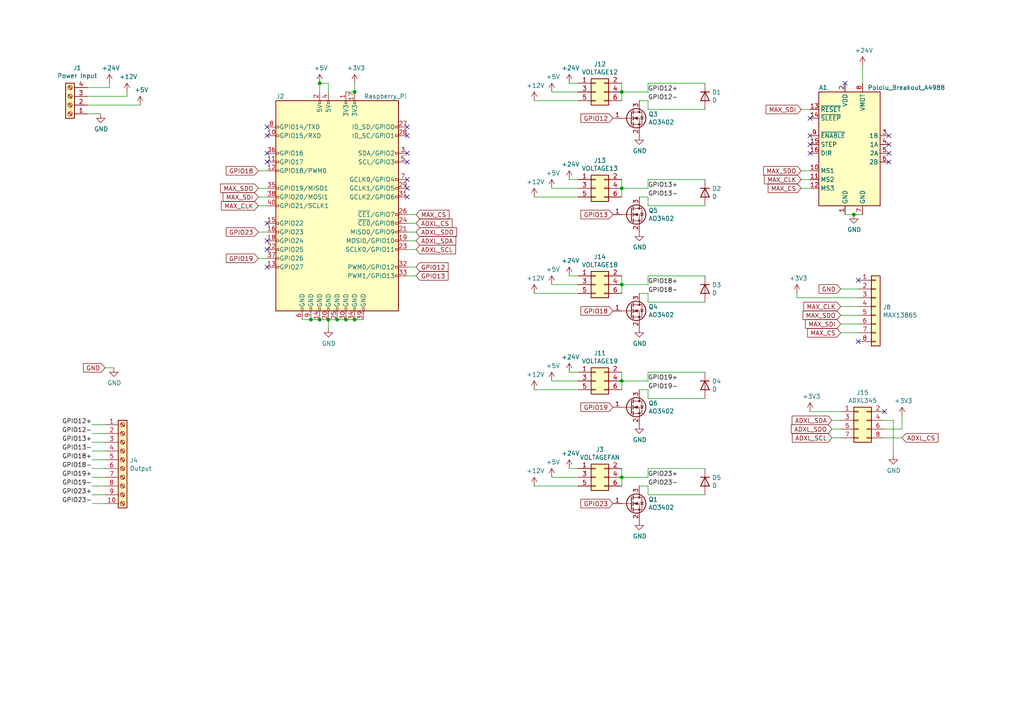
<source format=kicad_sch>
(kicad_sch (version 20211123) (generator eeschema)
  (paper "A4")
  (title_block (title "bigp4ppa") (date "2021-03-17"))
  (lib_symbols
    (symbol "Connector:Raspberry_Pi_2_3" (pin_names (offset 1.016))
      (property "Reference" "J" (at -17.78 31.75 0))
      (property "Value" "Raspberry_Pi_2_3" (at 10.16 -31.75 0))
      (symbol "Raspberry_Pi_2_3_0_1"
        (rectangle (start -17.78 30.48) (end 17.78 -30.48) (stroke (width 0.254)) (fill (type background)))
      )
      (symbol "Raspberry_Pi_2_3_1_1"
        (rectangle (start -16.891 -17.526) (end -17.78 -18.034))
        (rectangle (start -16.891 -14.986) (end -17.78 -15.494))
        (rectangle (start -16.891 -12.446) (end -17.78 -12.954))
        (rectangle (start -16.891 -9.906) (end -17.78 -10.414))
        (rectangle (start -16.891 -7.366) (end -17.78 -7.874))
        (rectangle (start -16.891 -4.826) (end -17.78 -5.334))
        (rectangle (start -16.891 0.254) (end -17.78 -0.254))
        (rectangle (start -16.891 2.794) (end -17.78 2.286))
        (rectangle (start -16.891 5.334) (end -17.78 4.826))
        (rectangle (start -16.891 10.414) (end -17.78 9.906))
        (rectangle (start -16.891 12.954) (end -17.78 12.446))
        (rectangle (start -16.891 15.494) (end -17.78 14.986))
        (rectangle (start -16.891 20.574) (end -17.78 20.066))
        (rectangle (start -16.891 23.114) (end -17.78 22.606))
        (rectangle (start -10.414 -29.591) (end -9.906 -30.48))
        (rectangle (start -7.874 -29.591) (end -7.366 -30.48))
        (rectangle (start -5.334 -29.591) (end -4.826 -30.48))
        (rectangle (start -5.334 30.48) (end -4.826 29.591))
        (rectangle (start -2.794 -29.591) (end -2.286 -30.48))
        (rectangle (start -2.794 30.48) (end -2.286 29.591))
        (rectangle (start -0.254 -29.591) (end 0.254 -30.48))
        (rectangle (start 2.286 -29.591) (end 2.794 -30.48))
        (rectangle (start 2.286 30.48) (end 2.794 29.591))
        (rectangle (start 4.826 -29.591) (end 5.334 -30.48))
        (rectangle (start 4.826 30.48) (end 5.334 29.591))
        (rectangle (start 7.366 -29.591) (end 7.874 -30.48))
        (rectangle (start 17.78 -20.066) (end 16.891 -20.574))
        (rectangle (start 17.78 -17.526) (end 16.891 -18.034))
        (rectangle (start 17.78 -12.446) (end 16.891 -12.954))
        (rectangle (start 17.78 -9.906) (end 16.891 -10.414))
        (rectangle (start 17.78 -7.366) (end 16.891 -7.874))
        (rectangle (start 17.78 -4.826) (end 16.891 -5.334))
        (rectangle (start 17.78 -2.286) (end 16.891 -2.794))
        (rectangle (start 17.78 2.794) (end 16.891 2.286))
        (rectangle (start 17.78 5.334) (end 16.891 4.826))
        (rectangle (start 17.78 7.874) (end 16.891 7.366))
        (rectangle (start 17.78 12.954) (end 16.891 12.446))
        (rectangle (start 17.78 15.494) (end 16.891 14.986))
        (rectangle (start 17.78 20.574) (end 16.891 20.066))
        (rectangle (start 17.78 23.114) (end 16.891 22.606))
        (pin power_in line (at 2.54 33.02 270) (length 2.54) (name "3V3") (number "1"))
        (pin bidirectional line (at -20.32 20.32 0) (length 2.54) (name "GPIO15/RXD") (number "10"))
        (pin bidirectional line (at -20.32 12.7 0) (length 2.54) (name "GPIO17") (number "11"))
        (pin bidirectional line (at -20.32 10.16 0) (length 2.54) (name "GPIO18/PWM0") (number "12"))
        (pin bidirectional line (at -20.32 -17.78 0) (length 2.54) (name "GPIO27") (number "13"))
        (pin power_in line (at -5.08 -33.02 90) (length 2.54) (name "GND") (number "14"))
        (pin bidirectional line (at -20.32 -5.08 0) (length 2.54) (name "GPIO22") (number "15"))
        (pin bidirectional line (at -20.32 -7.62 0) (length 2.54) (name "GPIO23") (number "16"))
        (pin power_in line (at 5.08 33.02 270) (length 2.54) (name "3V3") (number "17"))
        (pin bidirectional line (at -20.32 -10.16 0) (length 2.54) (name "GPIO24") (number "18"))
        (pin bidirectional line (at 20.32 -10.16 180) (length 2.54) (name "MOSI0/GPIO10") (number "19"))
        (pin power_in line (at -5.08 33.02 270) (length 2.54) (name "5V") (number "2"))
        (pin power_in line (at -2.54 -33.02 90) (length 2.54) (name "GND") (number "20"))
        (pin bidirectional line (at 20.32 -7.62 180) (length 2.54) (name "MISO0/GPIO9") (number "21"))
        (pin bidirectional line (at -20.32 -12.7 0) (length 2.54) (name "GPIO25") (number "22"))
        (pin bidirectional line (at 20.32 -12.7 180) (length 2.54) (name "SCLK0/GPIO11") (number "23"))
        (pin bidirectional line (at 20.32 -5.08 180) (length 2.54) (name "~{CE0}/GPIO8") (number "24"))
        (pin power_in line (at 0 -33.02 90) (length 2.54) (name "GND") (number "25"))
        (pin bidirectional line (at 20.32 -2.54 180) (length 2.54) (name "~{CE1}/GPIO7") (number "26"))
        (pin bidirectional line (at 20.32 22.86 180) (length 2.54) (name "ID_SD/GPIO0") (number "27"))
        (pin bidirectional line (at 20.32 20.32 180) (length 2.54) (name "ID_SC/GPIO1") (number "28"))
        (pin bidirectional line (at 20.32 5.08 180) (length 2.54) (name "GCLK1/GPIO5") (number "29"))
        (pin bidirectional line (at 20.32 15.24 180) (length 2.54) (name "SDA/GPIO2") (number "3"))
        (pin power_in line (at 2.54 -33.02 90) (length 2.54) (name "GND") (number "30"))
        (pin bidirectional line (at 20.32 2.54 180) (length 2.54) (name "GCLK2/GPIO6") (number "31"))
        (pin bidirectional line (at 20.32 -17.78 180) (length 2.54) (name "PWM0/GPIO12") (number "32"))
        (pin bidirectional line (at 20.32 -20.32 180) (length 2.54) (name "PWM1/GPIO13") (number "33"))
        (pin power_in line (at 5.08 -33.02 90) (length 2.54) (name "GND") (number "34"))
        (pin bidirectional line (at -20.32 5.08 0) (length 2.54) (name "GPIO19/MISO1") (number "35"))
        (pin bidirectional line (at -20.32 15.24 0) (length 2.54) (name "GPIO16") (number "36"))
        (pin bidirectional line (at -20.32 -15.24 0) (length 2.54) (name "GPIO26") (number "37"))
        (pin bidirectional line (at -20.32 2.54 0) (length 2.54) (name "GPIO20/MOSI1") (number "38"))
        (pin power_in line (at 7.62 -33.02 90) (length 2.54) (name "GND") (number "39"))
        (pin power_in line (at -2.54 33.02 270) (length 2.54) (name "5V") (number "4"))
        (pin bidirectional line (at -20.32 0 0) (length 2.54) (name "GPIO21/SCLK1") (number "40"))
        (pin bidirectional line (at 20.32 12.7 180) (length 2.54) (name "SCL/GPIO3") (number "5"))
        (pin power_in line (at -10.16 -33.02 90) (length 2.54) (name "GND") (number "6"))
        (pin bidirectional line (at 20.32 7.62 180) (length 2.54) (name "GCLK0/GPIO4") (number "7"))
        (pin bidirectional line (at -20.32 22.86 0) (length 2.54) (name "GPIO14/TXD") (number "8"))
        (pin power_in line (at -7.62 -33.02 90) (length 2.54) (name "GND") (number "9"))
      )
    )
    (symbol "Connector:Screw_Terminal_01x04" (pin_names (offset 1.016) hide)
      (property "Reference" "J" (at 0 5.08 0))
      (property "Value" "Screw_Terminal_01x04" (at 0 -7.62 0))
      (symbol "Screw_Terminal_01x04_1_1"
        (rectangle (start -1.27 3.81) (end 1.27 -6.35) (stroke (width 0.254)) (fill (type background)))
        (circle (center 0 -5.08) (radius 0.635) (stroke (width 0.1524)))
        (circle (center 0 -2.54) (radius 0.635) (stroke (width 0.1524)))
        (polyline (pts (xy -0.5334 -4.7498) (xy 0.3302 -5.588)) (stroke (width 0.1524)))
        (polyline (pts (xy -0.5334 -2.2098) (xy 0.3302 -3.048)) (stroke (width 0.1524)))
        (polyline (pts (xy -0.5334 0.3302) (xy 0.3302 -0.508)) (stroke (width 0.1524)))
        (polyline (pts (xy -0.5334 2.8702) (xy 0.3302 2.032)) (stroke (width 0.1524)))
        (polyline (pts (xy -0.3556 -4.572) (xy 0.508 -5.4102)) (stroke (width 0.1524)))
        (polyline (pts (xy -0.3556 -2.032) (xy 0.508 -2.8702)) (stroke (width 0.1524)))
        (polyline (pts (xy -0.3556 0.508) (xy 0.508 -0.3302)) (stroke (width 0.1524)))
        (polyline (pts (xy -0.3556 3.048) (xy 0.508 2.2098)) (stroke (width 0.1524)))
        (circle (center 0 0) (radius 0.635) (stroke (width 0.1524)))
        (circle (center 0 2.54) (radius 0.635) (stroke (width 0.1524)))
        (pin passive line (at -5.08 2.54 0) (length 3.81) (name "Pin_1") (number "1"))
        (pin passive line (at -5.08 0 0) (length 3.81) (name "Pin_2") (number "2"))
        (pin passive line (at -5.08 -2.54 0) (length 3.81) (name "Pin_3") (number "3"))
        (pin passive line (at -5.08 -5.08 0) (length 3.81) (name "Pin_4") (number "4"))
      )
    )
    (symbol "Connector:Screw_Terminal_01x10" (pin_names (offset 1.016) hide)
      (property "Reference" "J" (at 0 12.7 0))
      (property "Value" "Screw_Terminal_01x10" (at 0 -15.24 0))
      (symbol "Screw_Terminal_01x10_1_1"
        (rectangle (start -1.27 11.43) (end 1.27 -13.97) (stroke (width 0.254)) (fill (type background)))
        (circle (center 0 -12.7) (radius 0.635) (stroke (width 0.1524)))
        (circle (center 0 -10.16) (radius 0.635) (stroke (width 0.1524)))
        (circle (center 0 -7.62) (radius 0.635) (stroke (width 0.1524)))
        (circle (center 0 -5.08) (radius 0.635) (stroke (width 0.1524)))
        (circle (center 0 -2.54) (radius 0.635) (stroke (width 0.1524)))
        (polyline (pts (xy -0.5334 -12.3698) (xy 0.3302 -13.208)) (stroke (width 0.1524)))
        (polyline (pts (xy -0.5334 -9.8298) (xy 0.3302 -10.668)) (stroke (width 0.1524)))
        (polyline (pts (xy -0.5334 -7.2898) (xy 0.3302 -8.128)) (stroke (width 0.1524)))
        (polyline (pts (xy -0.5334 -4.7498) (xy 0.3302 -5.588)) (stroke (width 0.1524)))
        (polyline (pts (xy -0.5334 -2.2098) (xy 0.3302 -3.048)) (stroke (width 0.1524)))
        (polyline (pts (xy -0.5334 0.3302) (xy 0.3302 -0.508)) (stroke (width 0.1524)))
        (polyline (pts (xy -0.5334 2.8702) (xy 0.3302 2.032)) (stroke (width 0.1524)))
        (polyline (pts (xy -0.5334 5.4102) (xy 0.3302 4.572)) (stroke (width 0.1524)))
        (polyline (pts (xy -0.5334 7.9502) (xy 0.3302 7.112)) (stroke (width 0.1524)))
        (polyline (pts (xy -0.5334 10.4902) (xy 0.3302 9.652)) (stroke (width 0.1524)))
        (polyline (pts (xy -0.3556 -12.192) (xy 0.508 -13.0302)) (stroke (width 0.1524)))
        (polyline (pts (xy -0.3556 -9.652) (xy 0.508 -10.4902)) (stroke (width 0.1524)))
        (polyline (pts (xy -0.3556 -7.112) (xy 0.508 -7.9502)) (stroke (width 0.1524)))
        (polyline (pts (xy -0.3556 -4.572) (xy 0.508 -5.4102)) (stroke (width 0.1524)))
        (polyline (pts (xy -0.3556 -2.032) (xy 0.508 -2.8702)) (stroke (width 0.1524)))
        (polyline (pts (xy -0.3556 0.508) (xy 0.508 -0.3302)) (stroke (width 0.1524)))
        (polyline (pts (xy -0.3556 3.048) (xy 0.508 2.2098)) (stroke (width 0.1524)))
        (polyline (pts (xy -0.3556 5.588) (xy 0.508 4.7498)) (stroke (width 0.1524)))
        (polyline (pts (xy -0.3556 8.128) (xy 0.508 7.2898)) (stroke (width 0.1524)))
        (polyline (pts (xy -0.3556 10.668) (xy 0.508 9.8298)) (stroke (width 0.1524)))
        (circle (center 0 0) (radius 0.635) (stroke (width 0.1524)))
        (circle (center 0 2.54) (radius 0.635) (stroke (width 0.1524)))
        (circle (center 0 5.08) (radius 0.635) (stroke (width 0.1524)))
        (circle (center 0 7.62) (radius 0.635) (stroke (width 0.1524)))
        (circle (center 0 10.16) (radius 0.635) (stroke (width 0.1524)))
        (pin passive line (at -5.08 10.16 0) (length 3.81) (name "Pin_1") (number "1"))
        (pin passive line (at -5.08 -12.7 0) (length 3.81) (name "Pin_10") (number "10"))
        (pin passive line (at -5.08 7.62 0) (length 3.81) (name "Pin_2") (number "2"))
        (pin passive line (at -5.08 5.08 0) (length 3.81) (name "Pin_3") (number "3"))
        (pin passive line (at -5.08 2.54 0) (length 3.81) (name "Pin_4") (number "4"))
        (pin passive line (at -5.08 0 0) (length 3.81) (name "Pin_5") (number "5"))
        (pin passive line (at -5.08 -2.54 0) (length 3.81) (name "Pin_6") (number "6"))
        (pin passive line (at -5.08 -5.08 0) (length 3.81) (name "Pin_7") (number "7"))
        (pin passive line (at -5.08 -7.62 0) (length 3.81) (name "Pin_8") (number "8"))
        (pin passive line (at -5.08 -10.16 0) (length 3.81) (name "Pin_9") (number "9"))
      )
    )
    (symbol "Connector_Generic:Conn_01x08" (pin_names (offset 1.016) hide)
      (property "Reference" "J" (at 0 10.16 0))
      (property "Value" "Conn_01x08" (at 0 -12.7 0))
      (symbol "Conn_01x08_1_1"
        (rectangle (start -1.27 -10.033) (end 0 -10.287) (stroke (width 0.1524)))
        (rectangle (start -1.27 -7.493) (end 0 -7.747) (stroke (width 0.1524)))
        (rectangle (start -1.27 -4.953) (end 0 -5.207) (stroke (width 0.1524)))
        (rectangle (start -1.27 -2.413) (end 0 -2.667) (stroke (width 0.1524)))
        (rectangle (start -1.27 0.127) (end 0 -0.127) (stroke (width 0.1524)))
        (rectangle (start -1.27 2.667) (end 0 2.413) (stroke (width 0.1524)))
        (rectangle (start -1.27 5.207) (end 0 4.953) (stroke (width 0.1524)))
        (rectangle (start -1.27 7.747) (end 0 7.493) (stroke (width 0.1524)))
        (rectangle (start -1.27 8.89) (end 1.27 -11.43) (stroke (width 0.254)) (fill (type background)))
        (pin passive line (at -5.08 7.62 0) (length 3.81) (name "Pin_1") (number "1"))
        (pin passive line (at -5.08 5.08 0) (length 3.81) (name "Pin_2") (number "2"))
        (pin passive line (at -5.08 2.54 0) (length 3.81) (name "Pin_3") (number "3"))
        (pin passive line (at -5.08 0 0) (length 3.81) (name "Pin_4") (number "4"))
        (pin passive line (at -5.08 -2.54 0) (length 3.81) (name "Pin_5") (number "5"))
        (pin passive line (at -5.08 -5.08 0) (length 3.81) (name "Pin_6") (number "6"))
        (pin passive line (at -5.08 -7.62 0) (length 3.81) (name "Pin_7") (number "7"))
        (pin passive line (at -5.08 -10.16 0) (length 3.81) (name "Pin_8") (number "8"))
      )
    )
    (symbol "Connector_Generic:Conn_02x03_Odd_Even" (pin_names (offset 1.016) hide)
      (property "Reference" "J" (at 1.27 5.08 0))
      (property "Value" "Conn_02x03_Odd_Even" (at 1.27 -5.08 0))
      (symbol "Conn_02x03_Odd_Even_1_1"
        (rectangle (start -1.27 -2.413) (end 0 -2.667) (stroke (width 0.1524)))
        (rectangle (start -1.27 0.127) (end 0 -0.127) (stroke (width 0.1524)))
        (rectangle (start -1.27 2.667) (end 0 2.413) (stroke (width 0.1524)))
        (rectangle (start -1.27 3.81) (end 3.81 -3.81) (stroke (width 0.254)) (fill (type background)))
        (rectangle (start 3.81 -2.413) (end 2.54 -2.667) (stroke (width 0.1524)))
        (rectangle (start 3.81 0.127) (end 2.54 -0.127) (stroke (width 0.1524)))
        (rectangle (start 3.81 2.667) (end 2.54 2.413) (stroke (width 0.1524)))
        (pin passive line (at -5.08 2.54 0) (length 3.81) (name "Pin_1") (number "1"))
        (pin passive line (at 7.62 2.54 180) (length 3.81) (name "Pin_2") (number "2"))
        (pin passive line (at -5.08 0 0) (length 3.81) (name "Pin_3") (number "3"))
        (pin passive line (at 7.62 0 180) (length 3.81) (name "Pin_4") (number "4"))
        (pin passive line (at -5.08 -2.54 0) (length 3.81) (name "Pin_5") (number "5"))
        (pin passive line (at 7.62 -2.54 180) (length 3.81) (name "Pin_6") (number "6"))
      )
    )
    (symbol "Connector_Generic:Conn_02x04_Odd_Even" (pin_names (offset 1.016) hide)
      (property "Reference" "J" (at 1.27 5.08 0))
      (property "Value" "Conn_02x04_Odd_Even" (at 1.27 -7.62 0))
      (symbol "Conn_02x04_Odd_Even_1_1"
        (rectangle (start -1.27 -4.953) (end 0 -5.207) (stroke (width 0.1524)))
        (rectangle (start -1.27 -2.413) (end 0 -2.667) (stroke (width 0.1524)))
        (rectangle (start -1.27 0.127) (end 0 -0.127) (stroke (width 0.1524)))
        (rectangle (start -1.27 2.667) (end 0 2.413) (stroke (width 0.1524)))
        (rectangle (start -1.27 3.81) (end 3.81 -6.35) (stroke (width 0.254)) (fill (type background)))
        (rectangle (start 3.81 -4.953) (end 2.54 -5.207) (stroke (width 0.1524)))
        (rectangle (start 3.81 -2.413) (end 2.54 -2.667) (stroke (width 0.1524)))
        (rectangle (start 3.81 0.127) (end 2.54 -0.127) (stroke (width 0.1524)))
        (rectangle (start 3.81 2.667) (end 2.54 2.413) (stroke (width 0.1524)))
        (pin passive line (at -5.08 2.54 0) (length 3.81) (name "Pin_1") (number "1"))
        (pin passive line (at 7.62 2.54 180) (length 3.81) (name "Pin_2") (number "2"))
        (pin passive line (at -5.08 0 0) (length 3.81) (name "Pin_3") (number "3"))
        (pin passive line (at 7.62 0 180) (length 3.81) (name "Pin_4") (number "4"))
        (pin passive line (at -5.08 -2.54 0) (length 3.81) (name "Pin_5") (number "5"))
        (pin passive line (at 7.62 -2.54 180) (length 3.81) (name "Pin_6") (number "6"))
        (pin passive line (at -5.08 -5.08 0) (length 3.81) (name "Pin_7") (number "7"))
        (pin passive line (at 7.62 -5.08 180) (length 3.81) (name "Pin_8") (number "8"))
      )
    )
    (symbol "Device:D" (pin_numbers hide) (pin_names (offset 1.016) hide)
      (property "Reference" "D" (at 0 2.54 0))
      (property "Value" "D" (at 0 -2.54 0))
      (symbol "D_0_1"
        (polyline (pts (xy -1.27 1.27) (xy -1.27 -1.27)) (stroke (width 0.254)))
        (polyline (pts (xy 1.27 0) (xy -1.27 0)))
        (polyline (pts (xy 1.27 1.27) (xy 1.27 -1.27) (xy -1.27 0) (xy 1.27 1.27)) (stroke (width 0.254)))
      )
      (symbol "D_1_1"
        (pin passive line (at -3.81 0 0) (length 2.54) (name "K") (number "1"))
        (pin passive line (at 3.81 0 180) (length 2.54) (name "A") (number "2"))
      )
    )
    (symbol "Driver_Motor:Pololu_Breakout_A4988"
      (property "Reference" "A" (at -2.54 19.05 0))
      (property "Value" "Pololu_Breakout_A4988" (at -2.54 16.51 0))
      (symbol "Pololu_Breakout_A4988_0_1"
        (rectangle (start 10.16 -17.78) (end -7.62 15.24) (stroke (width 0.254)) (fill (type background)))
      )
      (symbol "Pololu_Breakout_A4988_1_1"
        (pin power_in line (at 0 -20.32 90) (length 2.54) (name "GND") (number "1"))
        (pin input line (at -10.16 -7.62 0) (length 2.54) (name "MS1") (number "10"))
        (pin input line (at -10.16 -10.16 0) (length 2.54) (name "MS2") (number "11"))
        (pin input line (at -10.16 -12.7 0) (length 2.54) (name "MS3") (number "12"))
        (pin input line (at -10.16 10.16 0) (length 2.54) (name "~{RESET}") (number "13"))
        (pin input line (at -10.16 7.62 0) (length 2.54) (name "~{SLEEP}") (number "14"))
        (pin input line (at -10.16 0 0) (length 2.54) (name "STEP") (number "15"))
        (pin input line (at -10.16 -2.54 0) (length 2.54) (name "DIR") (number "16"))
        (pin power_in line (at 0 17.78 270) (length 2.54) (name "VDD") (number "2"))
        (pin output line (at 12.7 2.54 180) (length 2.54) (name "1B") (number "3"))
        (pin output line (at 12.7 0 180) (length 2.54) (name "1A") (number "4"))
        (pin output line (at 12.7 -2.54 180) (length 2.54) (name "2A") (number "5"))
        (pin output line (at 12.7 -5.08 180) (length 2.54) (name "2B") (number "6"))
        (pin power_in line (at 5.08 -20.32 90) (length 2.54) (name "GND") (number "7"))
        (pin power_in line (at 5.08 17.78 270) (length 2.54) (name "VMOT") (number "8"))
        (pin input line (at -10.16 2.54 0) (length 2.54) (name "~{ENABLE}") (number "9"))
      )
    )
    (symbol "Transistor_FET:DMG3402L" (pin_names hide)
      (property "Reference" "Q" (at 5.08 1.905 0))
      (property "Value" "DMG3402L" (at 5.08 0 0))
      (symbol "DMG3402L_0_1"
        (polyline (pts (xy 0.254 0) (xy -2.54 0)))
        (polyline (pts (xy 0.254 1.905) (xy 0.254 -1.905)) (stroke (width 0.254)))
        (polyline (pts (xy 0.762 -1.27) (xy 0.762 -2.286)) (stroke (width 0.254)))
        (polyline (pts (xy 0.762 0.508) (xy 0.762 -0.508)) (stroke (width 0.254)))
        (polyline (pts (xy 0.762 2.286) (xy 0.762 1.27)) (stroke (width 0.254)))
        (polyline (pts (xy 2.54 2.54) (xy 2.54 1.778)))
        (polyline (pts (xy 2.54 -2.54) (xy 2.54 0) (xy 0.762 0)))
        (polyline (pts (xy 0.762 -1.778) (xy 3.302 -1.778) (xy 3.302 1.778) (xy 0.762 1.778)))
        (polyline (pts (xy 1.016 0) (xy 2.032 0.381) (xy 2.032 -0.381) (xy 1.016 0)) (fill (type outline)))
        (polyline (pts (xy 2.794 0.508) (xy 2.921 0.381) (xy 3.683 0.381) (xy 3.81 0.254)))
        (polyline (pts (xy 3.302 0.381) (xy 2.921 -0.254) (xy 3.683 -0.254) (xy 3.302 0.381)))
        (circle (center 1.651 0) (radius 2.794) (stroke (width 0.254)))
        (circle (center 2.54 -1.778) (radius 0.254) (fill (type outline)))
        (circle (center 2.54 1.778) (radius 0.254) (fill (type outline)))
      )
      (symbol "DMG3402L_1_1"
        (pin input line (at -5.08 0 0) (length 2.54) (name "G") (number "1"))
        (pin passive line (at 2.54 -5.08 90) (length 2.54) (name "S") (number "2"))
        (pin passive line (at 2.54 5.08 270) (length 2.54) (name "D") (number "3"))
      )
    )
    (symbol "power:+12V" (power) (pin_names (offset 0))
      (property "Value" "+12V" (at 0 3.556 0))
      (symbol "+12V_0_1"
        (polyline (pts (xy -0.762 1.27) (xy 0 2.54)))
        (polyline (pts (xy 0 0) (xy 0 2.54)))
        (polyline (pts (xy 0 2.54) (xy 0.762 1.27)))
      )
      (symbol "+12V_1_1"
        (pin power_in line (at 0 0 90) (length 0) hide (name "+12V") (number "1"))
      )
    )
    (symbol "power:+24V" (power) (pin_names (offset 0))
      (property "Value" "+24V" (at 0 3.556 0))
      (symbol "+24V_0_1"
        (polyline (pts (xy -0.762 1.27) (xy 0 2.54)))
        (polyline (pts (xy 0 0) (xy 0 2.54)))
        (polyline (pts (xy 0 2.54) (xy 0.762 1.27)))
      )
      (symbol "+24V_1_1"
        (pin power_in line (at 0 0 90) (length 0) hide (name "+24V") (number "1"))
      )
    )
    (symbol "power:+3V3" (power) (pin_names (offset 0))
      (property "Value" "+3V3" (at 0 3.556 0))
      (symbol "+3V3_0_1"
        (polyline (pts (xy -0.762 1.27) (xy 0 2.54)))
        (polyline (pts (xy 0 0) (xy 0 2.54)))
        (polyline (pts (xy 0 2.54) (xy 0.762 1.27)))
      )
      (symbol "+3V3_1_1"
        (pin power_in line (at 0 0 90) (length 0) hide (name "+3V3") (number "1"))
      )
    )
    (symbol "power:+5V" (power) (pin_names (offset 0))
      (property "Value" "+5V" (at 0 3.556 0))
      (symbol "+5V_0_1"
        (polyline (pts (xy -0.762 1.27) (xy 0 2.54)))
        (polyline (pts (xy 0 0) (xy 0 2.54)))
        (polyline (pts (xy 0 2.54) (xy 0.762 1.27)))
      )
      (symbol "+5V_1_1"
        (pin power_in line (at 0 0 90) (length 0) hide (name "+5V") (number "1"))
      )
    )
    (symbol "power:GND" (power) (pin_names (offset 0))
      (property "Value" "GND" (at 0 -3.81 0))
      (symbol "GND_0_1"
        (polyline (pts (xy 0 0) (xy 0 -1.27) (xy 1.27 -1.27) (xy 0 -2.54) (xy -1.27 -1.27) (xy 0 -1.27)))
      )
      (symbol "GND_1_1"
        (pin power_in line (at 0 0 270) (length 0) hide (name "GND") (number "1"))
      )
    )
  )
  (junction (at 180.34 82.55))
  (junction (at 92.71 92.71))
  (junction (at 180.34 54.61))
  (junction (at 90.17 92.71))
  (junction (at 100.33 92.71))
  (junction (at 102.87 92.71))
  (junction (at 180.34 26.67))
  (junction (at 247.65 62.23))
  (junction (at 95.25 92.71))
  (junction (at 102.87 26.67))
  (junction (at 180.34 138.43))
  (junction (at 180.34 110.49))
  (junction (at 92.71 24.13))
  (junction (at 97.79 92.71))
  (no_connect (at 77.47 69.85))
  (no_connect (at 118.11 36.83))
  (no_connect (at 234.95 39.37))
  (no_connect (at 248.92 81.28))
  (no_connect (at 77.47 44.45))
  (no_connect (at 257.81 39.37))
  (no_connect (at 256.54 119.38))
  (no_connect (at 118.11 44.45))
  (no_connect (at 234.95 44.45))
  (no_connect (at 234.95 41.91))
  (no_connect (at 118.11 39.37))
  (no_connect (at 77.47 39.37))
  (no_connect (at 77.47 36.83))
  (no_connect (at 118.11 52.07))
  (no_connect (at 77.47 72.39))
  (no_connect (at 257.81 41.91))
  (no_connect (at 234.95 34.29))
  (no_connect (at 245.11 24.13))
  (no_connect (at 248.92 99.06))
  (no_connect (at 118.11 57.15))
  (no_connect (at 77.47 77.47))
  (no_connect (at 118.11 54.61))
  (no_connect (at 257.81 46.99))
  (no_connect (at 118.11 46.99))
  (no_connect (at 77.47 46.99))
  (no_connect (at 257.81 44.45))
  (no_connect (at 77.47 64.77))
  (wire (pts (xy 180.34 138.43) (xy 187.96 138.43)))
  (wire (pts (xy 165.1 24.13) (xy 167.64 24.13)))
  (wire (pts (xy 187.96 24.13) (xy 204.47 24.13)))
  (wire (pts (xy 187.96 29.21) (xy 185.42 29.21)))
  (wire (pts (xy 187.96 107.95) (xy 204.47 107.95)))
  (wire (pts (xy 180.34 80.01) (xy 180.34 82.55)))
  (wire (pts (xy 180.34 54.61) (xy 187.96 54.61)))
  (wire (pts (xy 180.34 135.89) (xy 180.34 138.43)))
  (wire (pts (xy 243.84 119.38) (xy 234.95 119.38)))
  (wire (pts (xy 167.64 113.03) (xy 154.94 113.03)))
  (wire (pts (xy 118.11 80.01) (xy 120.65 80.01)))
  (wire (pts (xy 120.65 67.31) (xy 118.11 67.31)))
  (wire (pts (xy 160.02 54.61) (xy 167.64 54.61)))
  (wire (pts (xy 167.64 57.15) (xy 154.94 57.15)))
  (wire (pts (xy 180.34 54.61) (xy 180.34 57.15)))
  (wire (pts (xy 187.96 57.15) (xy 185.42 57.15)))
  (wire (pts (xy 250.19 62.23) (xy 247.65 62.23)))
  (wire (pts (xy 105.41 92.71) (xy 102.87 92.71)))
  (wire (pts (xy 160.02 138.43) (xy 167.64 138.43)))
  (wire (pts (xy 241.3 121.92) (xy 243.84 121.92)))
  (wire (pts (xy 95.25 92.71) (xy 92.71 92.71)))
  (wire (pts (xy 74.93 54.61) (xy 77.47 54.61)))
  (wire (pts (xy 187.96 115.57) (xy 204.47 115.57)))
  (wire (pts (xy 120.65 72.39) (xy 118.11 72.39)))
  (wire (pts (xy 248.92 91.44) (xy 243.84 91.44)))
  (wire (pts (xy 187.96 54.61) (xy 187.96 52.07)))
  (wire (pts (xy 31.75 24.13) (xy 31.75 25.4)))
  (wire (pts (xy 261.62 124.46) (xy 261.62 120.65)))
  (wire (pts (xy 25.4 30.48) (xy 40.64 30.48)))
  (wire (pts (xy 231.14 86.36) (xy 248.92 86.36)))
  (wire (pts (xy 90.17 92.71) (xy 87.63 92.71)))
  (wire (pts (xy 100.33 92.71) (xy 97.79 92.71)))
  (wire (pts (xy 187.96 143.51) (xy 187.96 140.97)))
  (wire (pts (xy 167.64 85.09) (xy 154.94 85.09)))
  (wire (pts (xy 165.1 107.95) (xy 167.64 107.95)))
  (wire (pts (xy 248.92 96.52) (xy 243.84 96.52)))
  (wire (pts (xy 160.02 110.49) (xy 167.64 110.49)))
  (wire (pts (xy 26.67 123.19) (xy 30.48 123.19)))
  (wire (pts (xy 180.34 82.55) (xy 187.96 82.55)))
  (wire (pts (xy 120.65 62.23) (xy 118.11 62.23)))
  (wire (pts (xy 187.96 87.63) (xy 204.47 87.63)))
  (wire (pts (xy 74.93 49.53) (xy 77.47 49.53)))
  (wire (pts (xy 74.93 67.31) (xy 77.47 67.31)))
  (wire (pts (xy 25.4 33.02) (xy 29.21 33.02)))
  (wire (pts (xy 31.75 25.4) (xy 25.4 25.4)))
  (wire (pts (xy 187.96 140.97) (xy 185.42 140.97)))
  (wire (pts (xy 234.95 52.07) (xy 232.41 52.07)))
  (wire (pts (xy 74.93 74.93) (xy 77.47 74.93)))
  (wire (pts (xy 187.96 85.09) (xy 185.42 85.09)))
  (wire (pts (xy 120.65 69.85) (xy 118.11 69.85)))
  (wire (pts (xy 74.93 59.69) (xy 77.47 59.69)))
  (wire (pts (xy 97.79 92.71) (xy 95.25 92.71)))
  (wire (pts (xy 167.64 29.21) (xy 154.94 29.21)))
  (wire (pts (xy 234.95 31.75) (xy 232.41 31.75)))
  (wire (pts (xy 95.25 24.13) (xy 92.71 24.13)))
  (wire (pts (xy 30.48 128.27) (xy 26.67 128.27)))
  (wire (pts (xy 180.34 29.21) (xy 180.34 26.67)))
  (wire (pts (xy 256.54 124.46) (xy 261.62 124.46)))
  (wire (pts (xy 167.64 140.97) (xy 154.94 140.97)))
  (wire (pts (xy 180.34 82.55) (xy 180.34 85.09)))
  (wire (pts (xy 165.1 135.89) (xy 167.64 135.89)))
  (wire (pts (xy 187.96 87.63) (xy 187.96 85.09)))
  (wire (pts (xy 187.96 52.07) (xy 204.47 52.07)))
  (wire (pts (xy 30.48 106.68) (xy 33.02 106.68)))
  (wire (pts (xy 187.96 107.95) (xy 187.96 110.49)))
  (wire (pts (xy 234.95 49.53) (xy 232.41 49.53)))
  (wire (pts (xy 234.95 54.61) (xy 232.41 54.61)))
  (wire (pts (xy 26.67 125.73) (xy 30.48 125.73)))
  (wire (pts (xy 243.84 124.46) (xy 241.3 124.46)))
  (wire (pts (xy 187.96 113.03) (xy 185.42 113.03)))
  (wire (pts (xy 187.96 31.75) (xy 187.96 29.21)))
  (wire (pts (xy 26.67 146.05) (xy 30.48 146.05)))
  (wire (pts (xy 92.71 26.67) (xy 92.71 24.13)))
  (wire (pts (xy 187.96 115.57) (xy 187.96 113.03)))
  (wire (pts (xy 160.02 26.67) (xy 167.64 26.67)))
  (wire (pts (xy 180.34 110.49) (xy 187.96 110.49)))
  (wire (pts (xy 26.67 135.89) (xy 30.48 135.89)))
  (wire (pts (xy 259.08 121.92) (xy 259.08 132.08)))
  (wire (pts (xy 92.71 92.71) (xy 90.17 92.71)))
  (wire (pts (xy 243.84 83.82) (xy 248.92 83.82)))
  (wire (pts (xy 180.34 110.49) (xy 180.34 113.03)))
  (wire (pts (xy 180.34 52.07) (xy 180.34 54.61)))
  (wire (pts (xy 30.48 138.43) (xy 26.67 138.43)))
  (wire (pts (xy 187.96 24.13) (xy 187.96 26.67)))
  (wire (pts (xy 180.34 26.67) (xy 187.96 26.67)))
  (wire (pts (xy 165.1 80.01) (xy 167.64 80.01)))
  (wire (pts (xy 120.65 64.77) (xy 118.11 64.77)))
  (wire (pts (xy 77.47 57.15) (xy 74.93 57.15)))
  (wire (pts (xy 231.14 86.36) (xy 231.14 85.09)))
  (wire (pts (xy 256.54 121.92) (xy 259.08 121.92)))
  (wire (pts (xy 243.84 93.98) (xy 248.92 93.98)))
  (wire (pts (xy 95.25 92.71) (xy 95.25 95.25)))
  (wire (pts (xy 25.4 27.94) (xy 36.83 27.94)))
  (wire (pts (xy 36.83 27.94) (xy 36.83 26.67)))
  (wire (pts (xy 26.67 130.81) (xy 30.48 130.81)))
  (wire (pts (xy 180.34 107.95) (xy 180.34 110.49)))
  (wire (pts (xy 250.19 19.05) (xy 250.19 24.13)))
  (wire (pts (xy 30.48 143.51) (xy 26.67 143.51)))
  (wire (pts (xy 187.96 59.69) (xy 204.47 59.69)))
  (wire (pts (xy 165.1 52.07) (xy 167.64 52.07)))
  (wire (pts (xy 180.34 26.67) (xy 180.34 24.13)))
  (wire (pts (xy 187.96 135.89) (xy 187.96 138.43)))
  (wire (pts (xy 187.96 57.15) (xy 187.96 59.69)))
  (wire (pts (xy 241.3 127) (xy 243.84 127)))
  (wire (pts (xy 102.87 24.13) (xy 102.87 26.67)))
  (wire (pts (xy 102.87 92.71) (xy 100.33 92.71)))
  (wire (pts (xy 243.84 88.9) (xy 248.92 88.9)))
  (wire (pts (xy 95.25 26.67) (xy 95.25 24.13)))
  (wire (pts (xy 247.65 62.23) (xy 245.11 62.23)))
  (wire (pts (xy 120.65 77.47) (xy 118.11 77.47)))
  (wire (pts (xy 187.96 135.89) (xy 204.47 135.89)))
  (wire (pts (xy 187.96 31.75) (xy 204.47 31.75)))
  (wire (pts (xy 180.34 138.43) (xy 180.34 140.97)))
  (wire (pts (xy 187.96 80.01) (xy 204.47 80.01)))
  (wire (pts (xy 160.02 82.55) (xy 167.64 82.55)))
  (wire (pts (xy 187.96 143.51) (xy 204.47 143.51)))
  (wire (pts (xy 100.33 26.67) (xy 102.87 26.67)))
  (wire (pts (xy 261.62 127) (xy 256.54 127)))
  (wire (pts (xy 30.48 133.35) (xy 26.67 133.35)))
  (wire (pts (xy 26.67 140.97) (xy 30.48 140.97)))
  (wire (pts (xy 187.96 80.01) (xy 187.96 82.55)))
  (label "GPIO12-" (at 187.96 29.21 0))
  (label "GPIO19+" (at 187.96 110.49 0))
  (label "GPIO12+" (at 26.67 123.19 180))
  (label "GPIO19-" (at 26.67 140.97 180))
  (label "GPIO13-" (at 26.67 130.81 180))
  (label "GPIO19-" (at 187.96 113.03 0))
  (label "GPIO18+" (at 26.67 133.35 180))
  (label "GPIO23+" (at 187.96 138.43 0))
  (label "GPIO19+" (at 26.67 138.43 180))
  (label "GPIO12-" (at 26.67 125.73 180))
  (label "GPIO12+" (at 187.96 26.67 0))
  (label "GPIO13+" (at 187.96 54.61 0))
  (label "GPIO23+" (at 26.67 143.51 180))
  (label "GPIO18-" (at 187.96 85.09 0))
  (label "GPIO18+" (at 187.96 82.55 0))
  (label "GPIO23-" (at 187.96 140.97 0))
  (label "GPIO18-" (at 26.67 135.89 180))
  (label "GPIO13-" (at 187.96 57.15 0))
  (label "GPIO13+" (at 26.67 128.27 180))
  (label "GPIO23-" (at 26.67 146.05 180))
  (global_label "ADXL_SCL" (shape input) (at 120.65 72.39 0) (property "Intersheet References" "${INTERSHEET_REFS}" (effects hide)))
  (global_label "MAX_SDO" (shape input) (at 232.41 49.53 180) (property "Intersheet References" "${INTERSHEET_REFS}" (effects hide)))
  (global_label "GPIO23" (shape input) (at 74.93 67.31 180) (property "Intersheet References" "${INTERSHEET_REFS}" (effects hide)))
  (global_label "MAX_SDI" (shape input) (at 232.41 31.75 180) (property "Intersheet References" "${INTERSHEET_REFS}" (effects hide)))
  (global_label "MAX_CLK" (shape input) (at 74.93 59.69 180) (property "Intersheet References" "${INTERSHEET_REFS}" (effects hide)))
  (global_label "ADXL_SDO" (shape input) (at 120.65 67.31 0) (property "Intersheet References" "${INTERSHEET_REFS}" (effects hide)))
  (global_label "MAX_SDI" (shape input) (at 74.93 57.15 180) (property "Intersheet References" "${INTERSHEET_REFS}" (effects hide)))
  (global_label "GPIO19" (shape input) (at 177.8 118.11 180) (property "Intersheet References" "${INTERSHEET_REFS}" (effects hide)))
  (global_label "ADXL_CS" (shape input) (at 261.62 127 0) (property "Intersheet References" "${INTERSHEET_REFS}" (effects hide)))
  (global_label "GPIO13" (shape input) (at 177.8 62.23 180) (property "Intersheet References" "${INTERSHEET_REFS}" (effects hide)))
  (global_label "ADXL_SDA" (shape input) (at 241.3 121.92 180) (property "Intersheet References" "${INTERSHEET_REFS}" (effects hide)))
  (global_label "MAX_CLK" (shape input) (at 232.41 52.07 180) (property "Intersheet References" "${INTERSHEET_REFS}" (effects hide)))
  (global_label "MAX_CS" (shape input) (at 232.41 54.61 180) (property "Intersheet References" "${INTERSHEET_REFS}" (effects hide)))
  (global_label "MAX_SDO" (shape input) (at 243.84 91.44 180) (property "Intersheet References" "${INTERSHEET_REFS}" (effects hide)))
  (global_label "GPIO12" (shape input) (at 120.65 77.47 0) (property "Intersheet References" "${INTERSHEET_REFS}" (effects hide)))
  (global_label "GPIO13" (shape input) (at 120.65 80.01 0) (property "Intersheet References" "${INTERSHEET_REFS}" (effects hide)))
  (global_label "GND" (shape input) (at 243.84 83.82 180) (property "Intersheet References" "${INTERSHEET_REFS}" (effects hide)))
  (global_label "GPIO12" (shape input) (at 177.8 34.29 180) (property "Intersheet References" "${INTERSHEET_REFS}" (effects hide)))
  (global_label "MAX_CS" (shape input) (at 243.84 96.52 180) (property "Intersheet References" "${INTERSHEET_REFS}" (effects hide)))
  (global_label "GPIO23" (shape input) (at 177.8 146.05 180) (property "Intersheet References" "${INTERSHEET_REFS}" (effects hide)))
  (global_label "MAX_CLK" (shape input) (at 243.84 88.9 180) (property "Intersheet References" "${INTERSHEET_REFS}" (effects hide)))
  (global_label "GPIO19" (shape input) (at 74.93 74.93 180) (property "Intersheet References" "${INTERSHEET_REFS}" (effects hide)))
  (global_label "MAX_SDO" (shape input) (at 74.93 54.61 180) (property "Intersheet References" "${INTERSHEET_REFS}" (effects hide)))
  (global_label "GND" (shape input) (at 30.48 106.68 180) (property "Intersheet References" "${INTERSHEET_REFS}" (effects hide)))
  (global_label "GPIO18" (shape input) (at 74.93 49.53 180) (property "Intersheet References" "${INTERSHEET_REFS}" (effects hide)))
  (global_label "MAX_SDI" (shape input) (at 243.84 93.98 180) (property "Intersheet References" "${INTERSHEET_REFS}" (effects hide)))
  (global_label "ADXL_SDO" (shape input) (at 241.3 124.46 180) (property "Intersheet References" "${INTERSHEET_REFS}" (effects hide)))
  (global_label "GPIO18" (shape input) (at 177.8 90.17 180) (property "Intersheet References" "${INTERSHEET_REFS}" (effects hide)))
  (global_label "ADXL_SDA" (shape input) (at 120.65 69.85 0) (property "Intersheet References" "${INTERSHEET_REFS}" (effects hide)))
  (global_label "MAX_CS" (shape input) (at 120.65 62.23 0) (property "Intersheet References" "${INTERSHEET_REFS}" (effects hide)))
  (global_label "ADXL_SCL" (shape input) (at 241.3 127 180) (property "Intersheet References" "${INTERSHEET_REFS}" (effects hide)))
  (global_label "ADXL_CS" (shape input) (at 120.65 64.77 0) (property "Intersheet References" "${INTERSHEET_REFS}" (effects hide)))
  (symbol (lib_id "Connector:Raspberry_Pi_2_3") (at 97.79 59.69 0) (unit 1)
    (property "Reference" "J2" (at 81.28 27.94 0))
    (property "Value" "Raspberry_Pi" (at 111.76 27.94 0))
    (property "Footprint" "Connector_PinSocket_2.54mm:PinSocket_2x20_P2.54mm_Vertical" (effects hide))
    (property "Datasheet" "https://www.raspberrypi.org/documentation/hardware/raspberrypi/schematics/rpi_SCH_3bplus_1p0_reduced.pdf" (effects hide))
    (property "LCSC" "C169819" (effects hide))
  )
  (symbol (lib_id "power:GND") (at 29.21 33.02 0) (unit 1)
    (property "Reference" "#PWR0104" (effects hide))
    (property "Value" "GND" (at 29.337 37.4142 0))
  )
  (symbol (lib_id "power:+24V") (at 31.75 24.13 0) (unit 1)
    (property "Reference" "#PWR0105" (effects hide))
    (property "Value" "+24V" (at 32.131 19.7358 0))
  )
  (symbol (lib_id "power:GND") (at 95.25 95.25 0) (unit 1)
    (property "Reference" "#PWR0106" (effects hide))
    (property "Value" "GND" (at 95.377 99.6442 0))
  )
  (symbol (lib_id "power:+5V") (at 92.71 24.13 0) (unit 1)
    (property "Reference" "#PWR0107" (effects hide))
    (property "Value" "+5V" (at 93.091 19.7358 0))
  )
  (symbol (lib_id "power:GND") (at 185.42 39.37 0) (unit 1)
    (property "Reference" "#PWR0109" (effects hide))
    (property "Value" "GND" (at 185.547 43.7642 0))
  )
  (symbol (lib_id "Transistor_FET:DMG3402L") (at 182.88 34.29 0) (unit 1)
    (property "Reference" "Q3" (at 188.0616 33.1216 0) (effects (justify left)))
    (property "Value" "AO3402" (at 188.0616 35.433 0) (effects (justify left)))
    (property "Footprint" "Package_TO_SOT_SMD:SOT-23" (effects hide))
    (property "Datasheet" "http://www.diodes.com/assets/Datasheets/DMG3402L.pdf" (effects hide))
    (property "LCSC" "C351406" (effects hide))
  )
  (symbol (lib_id "power:GND") (at 185.42 95.25 0) (unit 1)
    (property "Reference" "#PWR0111" (effects hide))
    (property "Value" "GND" (at 185.547 99.6442 0))
  )
  (symbol (lib_id "Transistor_FET:DMG3402L") (at 182.88 90.17 0) (unit 1)
    (property "Reference" "Q4" (at 188.0616 89.0016 0) (effects (justify left)))
    (property "Value" "AO3402" (at 188.0616 91.313 0) (effects (justify left)))
    (property "Footprint" "Package_TO_SOT_SMD:SOT-23" (effects hide))
    (property "Datasheet" "http://www.diodes.com/assets/Datasheets/DMG3402L.pdf" (effects hide))
    (property "LCSC" "C351406" (effects hide))
  )
  (symbol (lib_id "power:GND") (at 185.42 67.31 0) (unit 1)
    (property "Reference" "#PWR0113" (effects hide))
    (property "Value" "GND" (at 185.547 71.7042 0))
  )
  (symbol (lib_id "Transistor_FET:DMG3402L") (at 182.88 62.23 0) (unit 1)
    (property "Reference" "Q5" (at 188.0616 61.0616 0) (effects (justify left)))
    (property "Value" "AO3402" (at 188.0616 63.373 0) (effects (justify left)))
    (property "Footprint" "Package_TO_SOT_SMD:SOT-23" (effects hide))
    (property "Datasheet" "http://www.diodes.com/assets/Datasheets/DMG3402L.pdf" (effects hide))
    (property "LCSC" "C351406" (effects hide))
  )
  (symbol (lib_id "Device:D") (at 204.47 55.88 270) (unit 1)
    (property "Reference" "D2" (at 206.502 54.7116 90) (effects (justify left)))
    (property "Value" "D" (at 206.502 57.023 90) (effects (justify left)))
    (property "Footprint" "Diode_SMD:D_SOD-123F" (effects hide))
    (property "LCSC" "C64898" (effects hide))
  )
  (symbol (lib_id "power:GND") (at 185.42 123.19 0) (unit 1)
    (property "Reference" "#PWR0115" (effects hide))
    (property "Value" "GND" (at 185.547 127.5842 0))
  )
  (symbol (lib_id "Transistor_FET:DMG3402L") (at 182.88 118.11 0) (unit 1)
    (property "Reference" "Q6" (at 188.0616 116.9416 0) (effects (justify left)))
    (property "Value" "AO3402" (at 188.0616 119.253 0) (effects (justify left)))
    (property "Footprint" "Package_TO_SOT_SMD:SOT-23" (effects hide))
    (property "Datasheet" "http://www.diodes.com/assets/Datasheets/DMG3402L.pdf" (effects hide))
    (property "LCSC" "C351406" (effects hide))
  )
  (symbol (lib_id "Device:D") (at 204.47 27.94 270) (unit 1)
    (property "Reference" "D1" (at 206.502 26.7716 90) (effects (justify left)))
    (property "Value" "D" (at 206.502 29.083 90) (effects (justify left)))
    (property "Footprint" "Diode_SMD:D_SOD-123F" (effects hide))
    (property "LCSC" "C64898" (effects hide))
  )
  (symbol (lib_id "Device:D") (at 204.47 83.82 270) (unit 1)
    (property "Reference" "D3" (at 206.502 82.6516 90) (effects (justify left)))
    (property "Value" "D" (at 206.502 84.963 90) (effects (justify left)))
    (property "Footprint" "Diode_SMD:D_SOD-123F" (effects hide))
    (property "LCSC" "C64898" (effects hide))
  )
  (symbol (lib_id "Device:D") (at 204.47 111.76 270) (unit 1)
    (property "Reference" "D4" (at 206.502 110.5916 90) (effects (justify left)))
    (property "Value" "D" (at 206.502 112.903 90) (effects (justify left)))
    (property "Footprint" "Diode_SMD:D_SOD-123F" (effects hide))
    (property "LCSC" "C64898" (effects hide))
  )
  (symbol (lib_id "Driver_Motor:Pololu_Breakout_A4988") (at 245.11 41.91 0) (unit 1)
    (property "Reference" "A1" (at 238.76 25.4 0))
    (property "Value" "Pololu_Breakout_A4988" (at 262.89 25.4 0))
    (property "Footprint" "Module:Pololu_Breakout-16_15.2x20.3mm" (effects hide))
    (property "Datasheet" "https://www.pololu.com/product/2980/pictures" (effects hide))
  )
  (symbol (lib_id "power:+24V") (at 250.19 19.05 0) (unit 1)
    (property "Reference" "#PWR02" (effects hide))
    (property "Value" "+24V" (at 250.571 14.6558 0))
  )
  (symbol (lib_id "Connector_Generic:Conn_01x08") (at 254 88.9 0) (unit 1)
    (property "Reference" "J8" (at 256.032 89.1032 0) (effects (justify left)))
    (property "Value" "MAX13865" (at 256.032 91.4146 0) (effects (justify left)))
    (property "Footprint" "Connector_PinHeader_2.54mm:PinHeader_1x08_P2.54mm_Vertical" (effects hide))
  )
  (symbol (lib_id "Device:D") (at 204.47 139.7 270) (unit 1)
    (property "Reference" "D5" (at 206.502 138.5316 90) (effects (justify left)))
    (property "Value" "D" (at 206.502 140.843 90) (effects (justify left)))
    (property "Footprint" "Diode_SMD:D_SOD-123F" (effects hide))
    (property "LCSC" "C64898" (effects hide))
  )
  (symbol (lib_id "power:GND") (at 247.65 62.23 0) (unit 1)
    (property "Reference" "#PWR01" (effects hide))
    (property "Value" "GND" (at 247.777 66.6242 0))
  )
  (symbol (lib_id "power:+3V3") (at 102.87 24.13 0) (unit 1)
    (property "Reference" "#PWR0101" (effects hide))
    (property "Value" "+3V3" (at 103.251 19.7358 0))
  )
  (symbol (lib_id "power:+3V3") (at 231.14 85.09 0) (unit 1)
    (property "Reference" "#PWR0102" (effects hide))
    (property "Value" "+3V3" (at 231.521 80.6958 0))
  )
  (symbol (lib_id "power:GND") (at 259.08 132.08 0) (unit 1)
    (property "Reference" "#PWR0103" (effects hide))
    (property "Value" "GND" (at 259.207 136.4742 0))
  )
  (symbol (lib_id "power:+3V3") (at 261.62 120.65 0) (unit 1)
    (property "Reference" "#PWR0108" (effects hide))
    (property "Value" "+3V3" (at 262.001 116.2558 0))
  )
  (symbol (lib_id "Connector:Screw_Terminal_01x04") (at 20.32 30.48 180) (unit 1)
    (property "Reference" "J1" (at 22.4028 19.685 0))
    (property "Value" "Power Input" (at 22.4028 21.9964 0))
    (property "Footprint" "!custom:TerminalBlock_TE_282834-4_1x04_P2.54mm_Horizontal" (effects hide))
    (property "LCSC" "C474922" (effects hide))
  )
  (symbol (lib_id "power:+5V") (at 40.64 30.48 0) (unit 1)
    (property "Reference" "#PWR0110" (effects hide))
    (property "Value" "+5V" (at 41.021 26.0858 0))
  )
  (symbol (lib_id "power:+12V") (at 36.83 26.67 0) (unit 1)
    (property "Reference" "#PWR0112" (effects hide))
    (property "Value" "+12V" (at 37.211 22.2758 0))
  )
  (symbol (lib_id "Connector_Generic:Conn_02x03_Odd_Even") (at 172.72 26.67 0) (unit 1)
    (property "Reference" "J12" (at 173.99 18.6182 0))
    (property "Value" "VOLTAGE12" (at 173.99 20.9296 0))
    (property "Footprint" "Connector_PinHeader_2.54mm:PinHeader_2x03_P2.54mm_Vertical" (effects hide))
    (property "LCSC" "C492420" (effects hide))
  )
  (symbol (lib_id "power:+24V") (at 165.1 24.13 0) (unit 1)
    (property "Reference" "#PWR0114" (effects hide))
    (property "Value" "+24V" (at 165.481 19.7358 0))
  )
  (symbol (lib_id "power:+12V") (at 154.94 29.21 0) (unit 1)
    (property "Reference" "#PWR0116" (effects hide))
    (property "Value" "+12V" (at 155.321 24.8158 0))
  )
  (symbol (lib_id "power:+5V") (at 160.02 26.67 0) (unit 1)
    (property "Reference" "#PWR0117" (effects hide))
    (property "Value" "+5V" (at 160.401 22.2758 0))
  )
  (symbol (lib_id "Connector_Generic:Conn_02x03_Odd_Even") (at 172.72 54.61 0) (unit 1)
    (property "Reference" "J13" (at 173.99 46.5582 0))
    (property "Value" "VOLTAGE13" (at 173.99 48.8696 0))
    (property "Footprint" "Connector_PinHeader_2.54mm:PinHeader_2x03_P2.54mm_Vertical" (effects hide))
    (property "LCSC" "C492420" (effects hide))
  )
  (symbol (lib_id "power:+24V") (at 165.1 52.07 0) (unit 1)
    (property "Reference" "#PWR0118" (effects hide))
    (property "Value" "+24V" (at 165.481 47.6758 0))
  )
  (symbol (lib_id "power:+12V") (at 154.94 57.15 0) (unit 1)
    (property "Reference" "#PWR0119" (effects hide))
    (property "Value" "+12V" (at 155.321 52.7558 0))
  )
  (symbol (lib_id "power:+5V") (at 160.02 54.61 0) (unit 1)
    (property "Reference" "#PWR0120" (effects hide))
    (property "Value" "+5V" (at 160.401 50.2158 0))
  )
  (symbol (lib_id "Connector_Generic:Conn_02x03_Odd_Even") (at 172.72 82.55 0) (unit 1)
    (property "Reference" "J14" (at 173.99 74.4982 0))
    (property "Value" "VOLTAGE18" (at 173.99 76.8096 0))
    (property "Footprint" "Connector_PinHeader_2.54mm:PinHeader_2x03_P2.54mm_Vertical" (effects hide))
    (property "LCSC" "C492420" (effects hide))
  )
  (symbol (lib_id "power:+24V") (at 165.1 80.01 0) (unit 1)
    (property "Reference" "#PWR0121" (effects hide))
    (property "Value" "+24V" (at 165.481 75.6158 0))
  )
  (symbol (lib_id "power:+12V") (at 154.94 85.09 0) (unit 1)
    (property "Reference" "#PWR0122" (effects hide))
    (property "Value" "+12V" (at 155.321 80.6958 0))
  )
  (symbol (lib_id "power:+5V") (at 160.02 82.55 0) (unit 1)
    (property "Reference" "#PWR0123" (effects hide))
    (property "Value" "+5V" (at 160.401 78.1558 0))
  )
  (symbol (lib_id "Connector_Generic:Conn_02x03_Odd_Even") (at 172.72 110.49 0) (unit 1)
    (property "Reference" "J11" (at 173.99 102.4382 0))
    (property "Value" "VOLTAGE19" (at 173.99 104.7496 0))
    (property "Footprint" "Connector_PinHeader_2.54mm:PinHeader_2x03_P2.54mm_Vertical" (effects hide))
    (property "LCSC" "C492420" (effects hide))
  )
  (symbol (lib_id "power:+24V") (at 165.1 107.95 0) (unit 1)
    (property "Reference" "#PWR0124" (effects hide))
    (property "Value" "+24V" (at 165.481 103.5558 0))
  )
  (symbol (lib_id "power:+12V") (at 154.94 113.03 0) (unit 1)
    (property "Reference" "#PWR0125" (effects hide))
    (property "Value" "+12V" (at 155.321 108.6358 0))
  )
  (symbol (lib_id "power:+5V") (at 160.02 110.49 0) (unit 1)
    (property "Reference" "#PWR0126" (effects hide))
    (property "Value" "+5V" (at 160.401 106.0958 0))
  )
  (symbol (lib_id "Connector_Generic:Conn_02x04_Odd_Even") (at 248.92 121.92 0) (unit 1)
    (property "Reference" "J15" (at 250.19 113.8682 0))
    (property "Value" "ADXL345" (at 250.19 116.1796 0))
    (property "Footprint" "Connector_PinHeader_2.54mm:PinHeader_2x04_P2.54mm_Vertical" (effects hide))
    (property "LCSC" "C2935919" (effects hide))
  )
  (symbol (lib_id "power:GND") (at 185.42 151.13 0) (unit 1)
    (property "Reference" "#PWR0127" (effects hide))
    (property "Value" "GND" (at 185.547 155.5242 0))
  )
  (symbol (lib_id "Transistor_FET:DMG3402L") (at 182.88 146.05 0) (unit 1)
    (property "Reference" "Q1" (at 188.0616 144.8816 0) (effects (justify left)))
    (property "Value" "AO3402" (at 188.0616 147.193 0) (effects (justify left)))
    (property "Footprint" "Package_TO_SOT_SMD:SOT-23" (effects hide))
    (property "Datasheet" "http://www.diodes.com/assets/Datasheets/DMG3402L.pdf" (effects hide))
    (property "LCSC" "C351406" (effects hide))
  )
  (symbol (lib_id "Connector_Generic:Conn_02x03_Odd_Even") (at 172.72 138.43 0) (unit 1)
    (property "Reference" "J3" (at 173.99 130.3782 0))
    (property "Value" "VOLTAGEFAN" (at 173.99 132.6896 0))
    (property "Footprint" "Connector_PinHeader_2.54mm:PinHeader_2x03_P2.54mm_Vertical" (effects hide))
    (property "LCSC" "C492420" (effects hide))
  )
  (symbol (lib_id "power:+24V") (at 165.1 135.89 0) (unit 1)
    (property "Reference" "#PWR0128" (effects hide))
    (property "Value" "+24V" (at 165.481 131.4958 0))
  )
  (symbol (lib_id "power:+12V") (at 154.94 140.97 0) (unit 1)
    (property "Reference" "#PWR0129" (effects hide))
    (property "Value" "+12V" (at 155.321 136.5758 0))
  )
  (symbol (lib_id "power:+5V") (at 160.02 138.43 0) (unit 1)
    (property "Reference" "#PWR0130" (effects hide))
    (property "Value" "+5V" (at 160.401 134.0358 0))
  )
  (symbol (lib_id "power:+3V3") (at 234.95 119.38 0) (unit 1)
    (property "Reference" "#PWR0131" (effects hide))
    (property "Value" "+3V3" (at 235.331 114.9858 0))
  )
  (symbol (lib_id "Connector:Screw_Terminal_01x10") (at 35.56 133.35 0) (unit 1)
    (property "Reference" "J4" (at 37.592 133.5532 0) (effects (justify left)))
    (property "Value" "Output" (at 37.592 135.8646 0) (effects (justify left)))
    (property "Footprint" "TerminalBlock_Phoenix:TerminalBlock_Phoenix_PT-1,5-10-5.0-H_1x10_P5.00mm_Horizontal" (effects hide))
    (property "LCSC" "C725714" (effects hide))
  )
  (symbol (lib_id "power:GND") (at 33.02 106.68 0) (unit 1)
    (property "Reference" "#PWR0132" (effects hide))
    (property "Value" "GND" (at 33.147 111.0742 0))
  )
)
</source>
